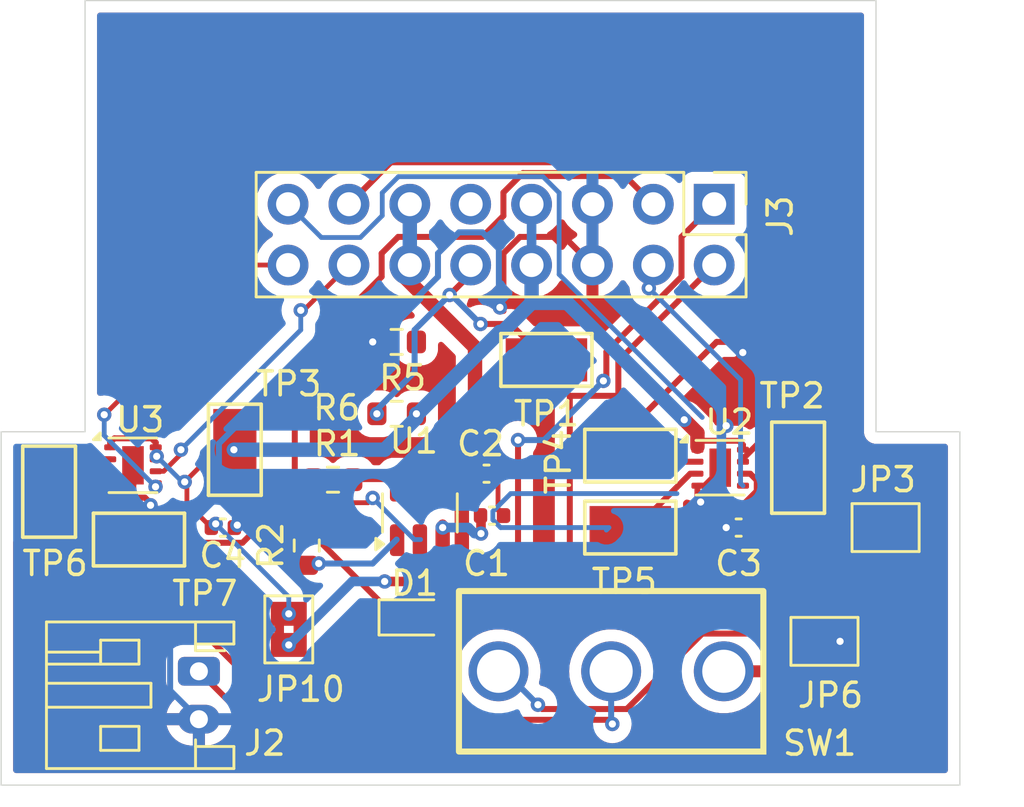
<source format=kicad_pcb>
(kicad_pcb (version 20240108) (generator "pcbnew") (generator_version "8.0")
  (layers (0 "F.Cu" signal) (31 "B.Cu" signal) (34 "B.Paste" user) (35 "F.Paste" user) (36 "B.SilkS" user "B.Silkscreen") (37 "F.SilkS" user "F.Silkscreen") (38 "B.Mask" user) (39 "F.Mask" user) (44 "Edge.Cuts" user))
  (net 0 "")
  (net 1 "Net-(JP10-A)")
  (net 2 "GND")
  (net 3 "+5V")
  (net 4 "Net-(D1-K)")
  (net 5 "Motor1_B")
  (net 6 "PWM4")
  (net 7 "Motor1_A")
  (net 8 "Motor2_B")
  (net 9 "Motor2_A")
  (net 10 "PWM3")
  (net 11 "PWM1")
  (net 12 "RESERVE")
  (net 13 "PWM2")
  (net 14 "Net-(J2-Pin_1)")
  (net 15 "Net-(U1-V_{SS})")
  (net 16 "Net-(U1-PROG)")
  (net 17 "/STAT")
  (net 18 "Net-(JP3-A)")
  (net 19 "BATT_ADC")
  (net 20 "BATT_1")
  (net 21 "Net-(JP6-A)")
  (footprint "Capacitor_SMD:C_0402_1005Metric" (layer "F.Cu") (at 114 66 180)
    (property "Reference" "C4" (at 0 -1.16 180) (layer "F.SilkS"))
    (property "Value" "0.1uF")
    (fp_line (start -0.107836 0.36) (end 0.107836 0.36) (stroke (width 0.12)) (layer "F.SilkS"))
    (fp_line (start -0.107836 -0.36) (end 0.107836 -0.36) (stroke (width 0.12)) (layer "F.SilkS"))
    (pad "1" smd roundrect (at -0.48 0 180) (size 0.56 0.62) (layers "F.Cu" "F.Paste" "F.Mask") (net 2 "GND"))
    (pad "2" smd roundrect (at 0.48 0 180) (size 0.56 0.62) (layers "F.Cu" "F.Paste" "F.Mask") (net 20 "BATT_1"))
  )
  (footprint "Capacitor_SMD:C_0402_1005Metric" (layer "F.Cu") (at 135.52 66)
    (property "Reference" "C3" (at 0 1.5 0) (layer "F.SilkS"))
    (property "Value" "0.1uF")
    (fp_line (start -0.107836 -0.36) (end 0.107836 -0.36) (stroke (width 0.12)) (layer "F.SilkS"))
    (fp_line (start -0.107836 0.36) (end 0.107836 0.36) (stroke (width 0.12)) (layer "F.SilkS"))
    (pad "1" smd roundrect (at -0.48 0) (size 0.56 0.62) (layers "F.Cu" "F.Paste" "F.Mask") (net 2 "GND"))
    (pad "2" smd roundrect (at 0.48 0) (size 0.56 0.62) (layers "F.Cu" "F.Paste" "F.Mask") (net 20 "BATT_1"))
  )
  (footprint "Connector_JST:JST_PH_S2B-PH-K_1x02_P2.00mm_Horizontal" (layer "F.Cu") (at 113 72 -90)
    (property "Reference" "J2" (at 3 -2.75 180) (layer "F.SilkS"))
    (property "Value" "Conn_01x02")
    (fp_line (start -2.06 6.36) (end 4.06 6.36) (stroke (width 0.12)) (layer "F.SilkS"))
    (fp_line (start 0.5 6.36) (end 0.5 2) (stroke (width 0.12)) (layer "F.SilkS"))
    (fp_line (start 4.06 6.36) (end 4.06 -1.46) (stroke (width 0.12)) (layer "F.SilkS"))
    (fp_line (start -1.3 4.1) (end -0.3 4.1) (stroke (width 0.12)) (layer "F.SilkS"))
    (fp_line (start -0.8 4.1) (end -0.8 6.36) (stroke (width 0.12)) (layer "F.SilkS"))
    (fp_line (start -0.3 4.1) (end -0.3 6.36) (stroke (width 0.12)) (layer "F.SilkS"))
    (fp_line (start -0.3 4.1) (end -0.3 2.5) (stroke (width 0.12)) (layer "F.SilkS"))
    (fp_line (start 2.3 4.1) (end 2.3 2.5) (stroke (width 0.12)) (layer "F.SilkS"))
    (fp_line (start 3.3 4.1) (end 2.3 4.1) (stroke (width 0.12)) (layer "F.SilkS"))
    (fp_line (start -1.3 2.5) (end -1.3 4.1) (stroke (width 0.12)) (layer "F.SilkS"))
    (fp_line (start -0.3 2.5) (end -1.3 2.5) (stroke (width 0.12)) (layer "F.SilkS"))
    (fp_line (start 2.3 2.5) (end 3.3 2.5) (stroke (width 0.12)) (layer "F.SilkS"))
    (fp_line (start 3.3 2.5) (end 3.3 4.1) (stroke (width 0.12)) (layer "F.SilkS"))
    (fp_line (start 0.5 2) (end 1.5 2) (stroke (width 0.12)) (layer "F.SilkS"))
    (fp_line (start 1.5 2) (end 1.5 6.36) (stroke (width 0.12)) (layer "F.SilkS"))
    (fp_line (start -2.06 0.14) (end -1.14 0.14) (stroke (width 0.12)) (layer "F.SilkS"))
    (fp_line (start -1.14 0.14) (end -1.14 -1.46) (stroke (width 0.12)) (layer "F.SilkS"))
    (fp_line (start -0.86 0.14) (end -1.14 0.14) (stroke (width 0.12)) (layer "F.SilkS"))
    (fp_line (start -0.86 0.14) (end -0.86 -1.075) (stroke (width 0.12)) (layer "F.SilkS"))
    (fp_line (start 3.14 0.14) (end 2.86 0.14) (stroke (width 0.12)) (layer "F.SilkS"))
    (fp_line (start 4.06 0.14) (end 3.14 0.14) (stroke (width 0.12)) (layer "F.SilkS"))
    (fp_line (start -2.06 -1.46) (end -2.06 6.36) (stroke (width 0.12)) (layer "F.SilkS"))
    (fp_line (start -1.14 -1.46) (end -2.06 -1.46) (stroke (width 0.12)) (layer "F.SilkS"))
    (fp_line (start 3.14 -1.46) (end 3.14 0.14) (stroke (width 0.12)) (layer "F.SilkS"))
    (fp_line (start 4.06 -1.46) (end 3.14 -1.46) (stroke (width 0.12)) (layer "F.SilkS"))
    (pad "1" thru_hole roundrect (at 0 0 270) (size 1.2 1.75) (drill 0.75) (layers "*.Cu" "*.Mask") (roundrect_rratio 0.208333) (net 14 "Net-(J2-Pin_1)"))
    (pad "2" thru_hole oval (at 2 0 270) (size 1.2 1.75) (drill 0.75) (layers "*.Cu" "*.Mask") (net 2 "GND"))
  )
  (footprint "Connector_PinHeader_2.54mm:PinHeader_2x08_P2.54mm_Vertical" (layer "F.Cu") (at 134.5 52.5 -90)
    (property "Reference" "J3" (at 0.5 -2.75 90) (layer "F.SilkS"))
    (property "Value" "Conn_01x16_Pin")
    (fp_line (start -1.33 19.11) (end 3.87 19.11) (stroke (width 0.12)) (layer "F.SilkS"))
    (fp_line (start -1.33 1.27) (end -1.33 19.11) (stroke (width 0.12)) (layer "F.SilkS"))
    (fp_line (start -1.33 1.27) (end 1.27 1.27) (stroke (width 0.12)) (layer "F.SilkS"))
    (fp_line (start 1.27 1.27) (end 1.27 -1.33) (stroke (width 0.12)) (layer "F.SilkS"))
    (fp_line (start -1.33 0) (end -1.33 -1.33) (stroke (width 0.12)) (layer "F.SilkS"))
    (fp_line (start -1.33 -1.33) (end 0 -1.33) (stroke (width 0.12)) (layer "F.SilkS"))
    (fp_line (start 1.27 -1.33) (end 3.87 -1.33) (stroke (width 0.12)) (layer "F.SilkS"))
    (fp_line (start 3.87 -1.33) (end 3.87 19.11) (stroke (width 0.12)) (layer "F.SilkS"))
    (pad "1" thru_hole rect (at 0 0 270) (size 1.7 1.7) (drill 1) (layers "*.Cu" "*.Mask") (net 9 "Motor2_A"))
    (pad "2" thru_hole oval (at 2.54 0 270) (size 1.7 1.7) (drill 1) (layers "*.Cu" "*.Mask") (net 11 "PWM1"))
    (pad "3" thru_hole oval (at 0 2.54 270) (size 1.7 1.7) (drill 1) (layers "*.Cu" "*.Mask") (net 8 "Motor2_B"))
    (pad "4" thru_hole oval (at 2.54 2.54 270) (size 1.7 1.7) (drill 1) (layers "*.Cu" "*.Mask") (net 13 "PWM2"))
    (pad "5" thru_hole oval (at 0 5.08 270) (size 1.7 1.7) (drill 1) (layers "*.Cu" "*.Mask") (net 2 "GND"))
    (pad "6" thru_hole oval (at 2.54 5.08 270) (size 1.7 1.7) (drill 1) (layers "*.Cu" "*.Mask") (net 2 "GND"))
    (pad "7" thru_hole oval (at 0 7.62 270) (size 1.7 1.7) (drill 1) (layers "*.Cu" "*.Mask") (net 20 "BATT_1"))
    (pad "8" thru_hole oval (at 2.54 7.62 270) (size 1.7 1.7) (drill 1) (layers "*.Cu" "*.Mask") (net 20 "BATT_1"))
    (pad "9" thru_hole oval (at 0 10.16 270) (size 1.7 1.7) (drill 1) (layers "*.Cu" "*.Mask") (net 12 "RESERVE"))
    (pad "10" thru_hole oval (at 2.54 10.16 270) (size 1.7 1.7) (drill 1) (layers "*.Cu" "*.Mask") (net 19 "BATT_ADC"))
    (pad "11" thru_hole oval (at 0 12.7 270) (size 1.7 1.7) (drill 1) (layers "*.Cu" "*.Mask") (net 3 "+5V"))
    (pad "12" thru_hole oval (at 2.54 12.7 270) (size 1.7 1.7) (drill 1) (layers "*.Cu" "*.Mask") (net 3 "+5V"))
    (pad "13" thru_hole oval (at 0 15.24 270) (size 1.7 1.7) (drill 1) (layers "*.Cu" "*.Mask") (net 7 "Motor1_A"))
    (pad "14" thru_hole oval (at 2.54 15.24 270) (size 1.7 1.7) (drill 1) (layers "*.Cu" "*.Mask") (net 10 "PWM3"))
    (pad "15" thru_hole oval (at 0 17.78 270) (size 1.7 1.7) (drill 1) (layers "*.Cu" "*.Mask") (net 5 "Motor1_B"))
    (pad "16" thru_hole oval (at 2.54 17.78 270) (size 1.7 1.7) (drill 1) (layers "*.Cu" "*.Mask") (net 6 "PWM4"))
  )
  (footprint "Resistor_SMD:R_0603_1608Metric" (layer "F.Cu") (at 121.25 61.25)
    (property "Reference" "R5" (at 0.25 -1.5 0) (layer "F.SilkS"))
    (property "Value" "1.2k")
    (fp_line (start -0.237258 -0.5225) (end 0.237258 -0.5225) (stroke (width 0.12)) (layer "F.SilkS"))
    (fp_line (start -0.237258 0.5225) (end 0.237258 0.5225) (stroke (width 0.12)) (layer "F.SilkS"))
    (pad "1" smd roundrect (at -0.825 0) (size 0.8 0.95) (layers "F.Cu" "F.Paste" "F.Mask") (net 19 "BATT_ADC"))
    (pad "2" smd roundrect (at 0.825 0) (size 0.8 0.95) (layers "F.Cu" "F.Paste" "F.Mask") (net 20 "BATT_1"))
  )
  (footprint "Button_Switch_SMD:SW-TH_SS-12D10L5_FOOTPRINT" (layer "F.Cu") (at 130.2 72 180)
    (property "Reference" "SW1" (at -8.7 -3 0) (layer "F.SilkS"))
    (property "Value" "Slide Switch")
    (fp_rect (start -6.35 -3.35) (end 6.35 3.35) (stroke (width 0.254)) (fill none) (layer "F.SilkS"))
    (pad "1" thru_hole circle (at -4.7 0 180) (size 2.5 2.5) (drill 1.8) (layers "*.Cu" "*.Mask") (net 18 "Net-(JP3-A)"))
    (pad "2" thru_hole circle (at 0 0 180) (size 2.5 2.5) (drill 1.8) (layers "*.Cu" "*.Mask") (net 14 "Net-(J2-Pin_1)"))
    (pad "3" thru_hole circle (at 4.7 0 180) (size 2.5 2.5) (drill 1.8) (layers "*.Cu" "*.Mask") (net 21 "Net-(JP6-A)"))
  )
  (footprint "Jumper:SolderJumper-2_P1.3mm_Bridged2Bar_Pad1.0x1.5mm" (layer "F.Cu") (at 116.75 70.25 90)
    (property "Reference" "JP10" (at -2.5 0.5 0) (layer "F.SilkS"))
    (property "Value" "Jumper_2_Bridged")
    (fp_poly (pts (xy -0.25 -0.6) (xy 0.25 -0.6) (xy 0.25 -0.2) (xy -0.25 -0.2)) (fill solid) (layer "F.Cu"))
    (fp_poly (pts (xy -0.25 0.2) (xy 0.25 0.2) (xy 0.25 0.6) (xy -0.25 0.6)) (fill solid) (layer "F.Cu"))
    (fp_line (start 1.4 -1) (end 1.4 1) (stroke (width 0.12)) (layer "F.SilkS"))
    (fp_line (start -1.4 -1) (end 1.4 -1) (stroke (width 0.12)) (layer "F.SilkS"))
    (fp_line (start 1.4 1) (end -1.4 1) (stroke (width 0.12)) (layer "F.SilkS"))
    (fp_line (start -1.4 1) (end -1.4 -1) (stroke (width 0.12)) (layer "F.SilkS"))
    (pad "1" smd rect (at -0.65 0 90) (size 1 1.5) (layers "F.Cu" "F.Mask") (net 1 "Net-(JP10-A)"))
    (pad "2" smd rect (at 0.65 0 90) (size 1 1.5) (layers "F.Cu" "F.Mask") (net 20 "BATT_1"))
  )
  (footprint "Resistor_SMD:R_0603_1608Metric" (layer "F.Cu") (at 118.595 64 180)
    (property "Reference" "R1" (at -0.175 1.5 180) (layer "F.SilkS"))
    (property "Value" "2k")
    (fp_line (start -0.237258 0.5225) (end 0.237258 0.5225) (stroke (width 0.12)) (layer "F.SilkS"))
    (fp_line (start -0.237258 -0.5225) (end 0.237258 -0.5225) (stroke (width 0.12)) (layer "F.SilkS"))
    (pad "1" smd roundrect (at -0.825 0 180) (size 0.8 0.95) (layers "F.Cu" "F.Paste" "F.Mask") (net 16 "Net-(U1-PROG)"))
    (pad "2" smd roundrect (at 0.825 0 180) (size 0.8 0.95) (layers "F.Cu" "F.Paste" "F.Mask") (net 15 "Net-(U1-V_{SS})"))
  )
  (footprint "Package_TO_SOT_SMD:SOT-23-5" (layer "F.Cu") (at 122.22 65.3875 90)
    (property "Reference" "U1" (at 3 -0.25 0) (layer "F.SilkS"))
    (property "Value" "MCP73831-2-OT")
    (fp_line (start 0 -1.56) (end 0.8 -1.56) (stroke (width 0.12)) (layer "F.SilkS"))
    (fp_line (start 0 -1.56) (end -0.8 -1.56) (stroke (width 0.12)) (layer "F.SilkS"))
    (fp_line (start 0 1.56) (end 0.8 1.56) (stroke (width 0.12)) (layer "F.SilkS"))
    (fp_line (start 0 1.56) (end -0.8 1.56) (stroke (width 0.12)) (layer "F.SilkS"))
    (fp_poly (pts (xy -1.3 -1.51) (xy -1.54 -1.84) (xy -1.06 -1.84) (xy -1.3 -1.51)) (stroke (width 0.12)) (fill solid) (layer "F.SilkS"))
    (pad "1" smd roundrect (at -1.1375 -0.95 90) (size 1.325 0.6) (layers "F.Cu" "F.Paste" "F.Mask") (net 17 "/STAT"))
    (pad "2" smd roundrect (at -1.1375 0 90) (size 1.325 0.6) (layers "F.Cu" "F.Paste" "F.Mask") (net 15 "Net-(U1-V_{SS})"))
    (pad "3" smd roundrect (at -1.1375 0.95 90) (size 1.325 0.6) (layers "F.Cu" "F.Paste" "F.Mask") (net 1 "Net-(JP10-A)"))
    (pad "4" smd roundrect (at 1.1375 0.95 90) (size 1.325 0.6) (layers "F.Cu" "F.Paste" "F.Mask") (net 3 "+5V"))
    (pad "5" smd roundrect (at 1.1375 -0.95 90) (size 1.325 0.6) (layers "F.Cu" "F.Paste" "F.Mask") (net 16 "Net-(U1-PROG)"))
  )
  (footprint "Package_SON:WSON-8-1EP_2x2mm_P0.5mm_EP0.9x1.6mm" (layer "F.Cu") (at 110.25 63.4)
    (property "Reference" "U3" (at 0.3 -1.9 0) (layer "F.SilkS"))
    (property "Value" "DRV8837")
    (fp_line (start -1.01 -1.14) (end 0.99 -1.14) (stroke (width 0.12)) (layer "F.SilkS"))
    (fp_line (start -1 1.14) (end 1 1.14) (stroke (width 0.12)) (layer "F.SilkS"))
    (fp_poly (pts (xy -1.37 -1.07) (xy -1.65 -1.07) (xy -1.37 -1.35) (xy -1.37 -1.07)) (stroke (width 0.12)) (fill solid) (layer "F.SilkS"))
    (pad "1" smd roundrect (at -0.95 -0.75) (size 0.5 0.25) (layers "F.Cu" "F.Paste" "F.Mask") (net 20 "BATT_1"))
    (pad "2" smd roundrect (at -0.95 -0.25) (size 0.5 0.25) (layers "F.Cu" "F.Paste" "F.Mask") (net 9 "Motor2_A"))
    (pad "3" smd roundrect (at -0.95 0.25) (size 0.5 0.25) (layers "F.Cu" "F.Paste" "F.Mask") (net 8 "Motor2_B"))
    (pad "4" smd roundrect (at -0.95 0.75) (size 0.5 0.25) (layers "F.Cu" "F.Paste" "F.Mask") (net 2 "GND"))
    (pad "5" smd roundrect (at 0.95 0.75) (size 0.5 0.25) (layers "F.Cu" "F.Paste" "F.Mask") (net 6 "PWM4"))
    (pad "6" smd roundrect (at 0.95 0.25) (size 0.5 0.25) (layers "F.Cu" "F.Paste" "F.Mask") (net 10 "PWM3"))
    (pad "7" smd roundrect (at 0.95 -0.25) (size 0.5 0.25) (layers "F.Cu" "F.Paste" "F.Mask") (net 20 "BATT_1"))
    (pad "8" smd roundrect (at 0.95 -0.75) (size 0.5 0.25) (layers "F.Cu" "F.Paste" "F.Mask") (net 20 "BATT_1"))
    (pad "9" smd rect (at 0 0) (size 0.9 1.6) (layers "F.Cu" "F.Mask") (net 2 "GND"))
  )
  (footprint "TestPoint:TestPoint_Keystone_5015_Micro-Minature" (layer "F.Cu") (at 131 63)
    (property "Reference" "TP4" (at -3 0.25 90) (layer "F.SilkS"))
    (property "Value" "TestPoint")
    (fp_line (start -1.9 -1.1) (end 1.9 -1.1) (stroke (width 0.15)) (layer "F.SilkS"))
    (fp_line (start -1.9 1.1) (end -1.9 -1.1) (stroke (width 0.15)) (layer "F.SilkS"))
    (fp_line (start 1.9 -1.1) (end 1.9 1.1) (stroke (width 0.15)) (layer "F.SilkS"))
    (fp_line (start 1.9 1.1) (end -1.9 1.1) (stroke (width 0.15)) (layer "F.SilkS"))
    (pad "1" smd rect (at 0 0) (size 3.4 1.8) (layers "F.Cu" "F.Paste" "F.Mask") (net 7 "Motor1_A"))
  )
  (footprint "Resistor_SMD:R_0603_1608Metric" (layer "F.Cu") (at 121.25 58.25)
    (property "Reference" "R6" (at -2.5 2.75 0) (layer "F.SilkS"))
    (property "Value" "3k")
    (fp_line (start -0.237258 -0.5225) (end 0.237258 -0.5225) (stroke (width 0.12)) (layer "F.SilkS"))
    (fp_line (start -0.237258 0.5225) (end 0.237258 0.5225) (stroke (width 0.12)) (layer "F.SilkS"))
    (pad "1" smd roundrect (at -0.825 0) (size 0.8 0.95) (layers "F.Cu" "F.Paste" "F.Mask") (net 2 "GND"))
    (pad "2" smd roundrect (at 0.825 0) (size 0.8 0.95) (layers "F.Cu" "F.Paste" "F.Mask") (net 19 "BATT_ADC"))
  )
  (footprint "TestPoint:TestPoint_Keystone_5015_Micro-Minature" (layer "F.Cu") (at 114.5 62.75 90)
    (property "Reference" "TP3" (at 2.75 2.25 0) (layer "F.SilkS"))
    (property "Value" "TestPoint")
    (fp_line (start 1.9 -1.1) (end 1.9 1.1) (stroke (width 0.15)) (layer "F.SilkS"))
    (fp_line (start -1.9 -1.1) (end 1.9 -1.1) (stroke (width 0.15)) (layer "F.SilkS"))
    (fp_line (start 1.9 1.1) (end -1.9 1.1) (stroke (width 0.15)) (layer "F.SilkS"))
    (fp_line (start -1.9 1.1) (end -1.9 -1.1) (stroke (width 0.15)) (layer "F.SilkS"))
    (pad "1" smd rect (at 0 0 90) (size 3.4 1.8) (layers "F.Cu" "F.Paste" "F.Mask") (net 20 "BATT_1"))
  )
  (footprint "Jumper:SolderJumper-2_P1.3mm_Open_Pad1.0x1.5mm" (layer "F.Cu") (at 141.65 66 180)
    (property "Reference" "JP3" (at 0.1 2 0) (layer "F.SilkS"))
    (property "Value" "Jumper_battery")
    (fp_line (start 1.4 1) (end -1.4 1) (stroke (width 0.12)) (layer "F.SilkS"))
    (fp_line (start 1.4 -1) (end 1.4 1) (stroke (width 0.12)) (layer "F.SilkS"))
    (fp_line (start -1.4 1) (end -1.4 -1) (stroke (width 0.12)) (layer "F.SilkS"))
    (fp_line (start -1.4 -1) (end 1.4 -1) (stroke (width 0.12)) (layer "F.SilkS"))
    (pad "1" smd rect (at -0.65 0 180) (size 1 1.5) (layers "F.Cu" "F.Mask") (net 18 "Net-(JP3-A)"))
    (pad "2" smd rect (at 0.65 0 180) (size 1 1.5) (layers "F.Cu" "F.Mask") (net 20 "BATT_1"))
  )
  (footprint "Capacitor_SMD:C_0402_1005Metric" (layer "F.Cu") (at 125.23 65.5)
    (property "Reference" "C1" (at -0.23 2 0) (layer "F.SilkS"))
    (property "Value" "4.7uF")
    (fp_line (start -0.107836 -0.36) (end 0.107836 -0.36) (stroke (width 0.12)) (layer "F.SilkS"))
    (fp_line (start -0.107836 0.36) (end 0.107836 0.36) (stroke (width 0.12)) (layer "F.SilkS"))
    (pad "1" smd roundrect (at -0.48 0) (size 0.56 0.62) (layers "F.Cu" "F.Paste" "F.Mask") (net 1 "Net-(JP10-A)"))
    (pad "2" smd roundrect (at 0.48 0) (size 0.56 0.62) (layers "F.Cu" "F.Paste" "F.Mask") (net 2 "GND"))
  )
  (footprint "Jumper:SolderJumper-2_P1.3mm_Open_Pad1.0x1.5mm" (layer "F.Cu") (at 139.1 70.75)
    (property "Reference" "JP6" (at 0.25 2.25 0) (layer "F.SilkS"))
    (property "Value" "Jumper_2_Open")
    (fp_line (start -1.4 -1) (end 1.4 -1) (stroke (width 0.12)) (layer "F.SilkS"))
    (fp_line (start -1.4 1) (end -1.4 -1) (stroke (width 0.12)) (layer "F.SilkS"))
    (fp_line (start 1.4 -1) (end 1.4 1) (stroke (width 0.12)) (layer "F.SilkS"))
    (fp_line (start 1.4 1) (end -1.4 1) (stroke (width 0.12)) (layer "F.SilkS"))
    (pad "1" smd rect (at -0.65 0) (size 1 1.5) (layers "F.Cu" "F.Mask") (net 21 "Net-(JP6-A)"))
    (pad "2" smd rect (at 0.65 0) (size 1 1.5) (layers "F.Cu" "F.Mask") (net 2 "GND"))
  )
  (footprint "TestPoint:TestPoint_Keystone_5015_Micro-Minature" (layer "F.Cu") (at 110.5 66.5)
    (property "Reference" "TP7" (at 2.75 2.25 0) (layer "F.SilkS"))
    (property "Value" "TestPoint")
    (fp_line (start -1.9 -1.1) (end 1.9 -1.1) (stroke (width 0.15)) (layer "F.SilkS"))
    (fp_line (start -1.9 1.1) (end -1.9 -1.1) (stroke (width 0.15)) (layer "F.SilkS"))
    (fp_line (start 1.9 -1.1) (end 1.9 1.1) (stroke (width 0.15)) (layer "F.SilkS"))
    (fp_line (start 1.9 1.1) (end -1.9 1.1) (stroke (width 0.15)) (layer "F.SilkS"))
    (pad "1" smd rect (at 0 0) (size 3.4 1.8) (layers "F.Cu" "F.Paste" "F.Mask") (net 8 "Motor2_B"))
  )
  (footprint "TestPoint:TestPoint_Keystone_5015_Micro-Minature" (layer "F.Cu") (at 138 63.5 -90)
    (property "Reference" "TP2" (at -3 0.25 180) (layer "F.SilkS"))
    (property "Value" "TestPoint")
    (fp_line (start -1.9 1.1) (end -1.9 -1.1) (stroke (width 0.15)) (layer "F.SilkS"))
    (fp_line (start 1.9 1.1) (end -1.9 1.1) (stroke (width 0.15)) (layer "F.SilkS"))
    (fp_line (start -1.9 -1.1) (end 1.9 -1.1) (stroke (width 0.15)) (layer "F.SilkS"))
    (fp_line (start 1.9 -1.1) (end 1.9 1.1) (stroke (width 0.15)) (layer "F.SilkS"))
    (pad "1" smd rect (at 0 0 270) (size 3.4 1.8) (layers "F.Cu" "F.Paste" "F.Mask") (net 20 "BATT_1"))
  )
  (footprint "Diode_SMD:D_0603_1608Metric" (layer "F.Cu") (at 122 69.75)
    (property "Reference" "D1" (at 0 -1.43 0) (layer "F.SilkS"))
    (property "Value" "LED")
    (fp_line (start -1.485 -0.735) (end -1.485 0.735) (stroke (width 0.12)) (layer "F.SilkS"))
    (fp_line (start -1.485 0.735) (end 0.8 0.735) (stroke (width 0.12)) (layer "F.SilkS"))
    (fp_line (start 0.8 -0.735) (end -1.485 -0.735) (stroke (width 0.12)) (layer "F.SilkS"))
    (pad "1" smd roundrect (at -0.7875 0) (size 0.875 0.95) (layers "F.Cu" "F.Paste" "F.Mask") (net 4 "Net-(D1-K)"))
    (pad "2" smd roundrect (at 0.7875 0) (size 0.875 0.95) (layers "F.Cu" "F.Paste" "F.Mask") (net 3 "+5V"))
  )
  (footprint "TestPoint:TestPoint_Keystone_5015_Micro-Minature" (layer "F.Cu") (at 106.75 64.5 90)
    (property "Reference" "TP6" (at -3 0.25 0) (layer "F.SilkS"))
    (property "Value" "TestPoint")
    (fp_line (start 1.9 -1.1) (end 1.9 1.1) (stroke (width 0.15)) (layer "F.SilkS"))
    (fp_line (start -1.9 -1.1) (end 1.9 -1.1) (stroke (width 0.15)) (layer "F.SilkS"))
    (fp_line (start 1.9 1.1) (end -1.9 1.1) (stroke (width 0.15)) (layer "F.SilkS"))
    (fp_line (start -1.9 1.1) (end -1.9 -1.1) (stroke (width 0.15)) (layer "F.SilkS"))
    (pad "1" smd rect (at 0 0 90) (size 3.4 1.8) (layers "F.Cu" "F.Paste" "F.Mask") (net 9 "Motor2_A"))
  )
  (footprint "Capacitor_SMD:C_0402_1005Metric" (layer "F.Cu") (at 125 63.75)
    (property "Reference" "C2" (at -0.25 -1.25 0) (layer "F.SilkS"))
    (property "Value" "4.7uF")
    (fp_line (start -0.107836 -0.36) (end 0.107836 -0.36) (stroke (width 0.12)) (layer "F.SilkS"))
    (fp_line (start -0.107836 0.36) (end 0.107836 0.36) (stroke (width 0.12)) (layer "F.SilkS"))
    (pad "1" smd roundrect (at -0.48 0) (size 0.56 0.62) (layers "F.Cu" "F.Paste" "F.Mask") (net 3 "+5V"))
    (pad "2" smd roundrect (at 0.48 0) (size 0.56 0.62) (layers "F.Cu" "F.Paste" "F.Mask") (net 2 "GND"))
  )
  (footprint "Resistor_SMD:R_0603_1608Metric" (layer "F.Cu") (at 117.5 66.75 -90)
    (property "Reference" "R2" (at 0 1.5 90) (layer "F.SilkS"))
    (property "Value" "470")
    (fp_line (start -0.237258 0.5225) (end 0.237258 0.5225) (stroke (width 0.12)) (layer "F.SilkS"))
    (fp_line (start -0.237258 -0.5225) (end 0.237258 -0.5225) (stroke (width 0.12)) (layer "F.SilkS"))
    (pad "1" smd roundrect (at -0.825 0 270) (size 0.8 0.95) (layers "F.Cu" "F.Paste" "F.Mask") (net 4 "Net-(D1-K)"))
    (pad "2" smd roundrect (at 0.825 0 270) (size 0.8 0.95) (layers "F.Cu" "F.Paste" "F.Mask") (net 17 "/STAT"))
  )
  (footprint "Package_SON:WSON-8-1EP_2x2mm_P0.5mm_EP0.9x1.6mm" (layer "F.Cu") (at 134.75 63.5)
    (property "Reference" "U2" (at 0.38 -1.9 0) (layer "F.SilkS"))
    (property "Value" "DRV8837")
    (fp_line (start -1.01 -1.14) (end 0.99 -1.14) (stroke (width 0.12)) (layer "F.SilkS"))
    (fp_line (start -1 1.14) (end 1 1.14) (stroke (width 0.12)) (layer "F.SilkS"))
    (fp_poly (pts (xy -1.37 -1.07) (xy -1.65 -1.07) (xy -1.37 -1.35) (xy -1.37 -1.07)) (stroke (width 0.12)) (fill solid) (layer "F.SilkS"))
    (pad "1" smd roundrect (at -0.95 -0.75) (size 0.5 0.25) (layers "F.Cu" "F.Paste" "F.Mask") (net 20 "BATT_1"))
    (pad "2" smd roundrect (at -0.95 -0.25) (size 0.5 0.25) (layers "F.Cu" "F.Paste" "F.Mask") (net 7 "Motor1_A"))
    (pad "3" smd roundrect (at -0.95 0.25) (size 0.5 0.25) (layers "F.Cu" "F.Paste" "F.Mask") (net 5 "Motor1_B"))
    (pad "4" smd roundrect (at -0.95 0.75) (size 0.5 0.25) (layers "F.Cu" "F.Paste" "F.Mask") (net 2 "GND"))
    (pad "5" smd roundrect (at 0.95 0.75) (size 0.5 0.25) (layers "F.Cu" "F.Paste" "F.Mask") (net 13 "PWM2"))
    (pad "6" smd roundrect (at 0.95 0.25) (size 0.5 0.25) (layers "F.Cu" "F.Paste" "F.Mask") (net 11 "PWM1"))
    (pad "7" smd roundrect (at 0.95 -0.25) (size 0.5 0.25) (layers "F.Cu" "F.Paste" "F.Mask") (net 20 "BATT_1"))
    (pad "8" smd roundrect (at 0.95 -0.75) (size 0.5 0.25) (layers "F.Cu" "F.Paste" "F.Mask") (net 20 "BATT_1"))
    (pad "9" smd rect (at 0 0) (size 0.9 1.6) (layers "F.Cu" "F.Mask") (net 2 "GND"))
  )
  (footprint "TestPoint:TestPoint_Keystone_5015_Micro-Minature" (layer "F.Cu") (at 127.5 59 180)
    (property "Reference" "TP1" (at 0 -2.25 180) (layer "F.SilkS"))
    (property "Value" "TestPoint")
    (fp_line (start 1.9 1.1) (end -1.9 1.1) (stroke (width 0.15)) (layer "F.SilkS"))
    (fp_line (start 1.9 -1.1) (end 1.9 1.1) (stroke (width 0.15)) (layer "F.SilkS"))
    (fp_line (start -1.9 1.1) (end -1.9 -1.1) (stroke (width 0.15)) (layer "F.SilkS"))
    (fp_line (start -1.9 -1.1) (end 1.9 -1.1) (stroke (width 0.15)) (layer "F.SilkS"))
    (pad "1" smd rect (at 0 0 180) (size 3.4 1.8) (layers "F.Cu" "F.Paste" "F.Mask") (net 19 "BATT_ADC"))
  )
  (footprint "TestPoint:TestPoint_Keystone_5015_Micro-Minature" (layer "F.Cu") (at 131 66)
    (property "Reference" "TP5" (at -0.25 2.25 0) (layer "F.SilkS"))
    (property "Value" "TestPoint")
    (fp_line (start -1.9 -1.1) (end 1.9 -1.1) (stroke (width 0.15)) (layer "F.SilkS"))
    (fp_line (start -1.9 1.1) (end -1.9 -1.1) (stroke (width 0.15)) (layer "F.SilkS"))
    (fp_line (start 1.9 -1.1) (end 1.9 1.1) (stroke (width 0.15)) (layer "F.SilkS"))
    (fp_line (start 1.9 1.1) (end -1.9 1.1) (stroke (width 0.15)) (layer "F.SilkS"))
    (pad "1" smd rect (at 0 0) (size 3.4 1.8) (layers "F.Cu" "F.Paste" "F.Mask") (net 5 "Motor1_B"))
  )
  (gr_line (start 144.75 76.75) (end 104.75 76.75) (stroke (width 0.05)) (layer "Edge.Cuts"))
  (gr_line (start 104.75 76.75) (end 104.75 62) (stroke (width 0.05)) (layer "Edge.Cuts"))
  (gr_line (start 104.75 76.75) (end 104.75 76.75) (stroke (width 0.05)) (layer "Edge.Cuts"))
  (gr_line (start 144.75 62) (end 144.75 76.75) (stroke (width 0.05)) (layer "Edge.Cuts"))
  (gr_line (start 108.25 62) (end 108.25 44) (stroke (width 0.05)) (layer "Edge.Cuts"))
  (gr_line (start 108.25 62) (end 104.75 62) (stroke (width 0.05)) (layer "Edge.Cuts"))
  (gr_line (start 144.75 62) (end 141.25 62) (stroke (width 0.05)) (layer "Edge.Cuts"))
  (gr_line (start 108.25 44) (end 141.25 44) (stroke (width 0.05)) (layer "Edge.Cuts"))
  (gr_line (start 141.25 62) (end 141.25 44) (stroke (width 0.05)) (layer "Edge.Cuts"))
  (segment (start 123.17 65.862501) (end 123.17 66.525) (width 0.4) (layer "F.Cu") (net 1))
  (segment (start 121.939474 68.25) (end 120.75 68.25) (width 0.4) (layer "F.Cu") (net 1))
  (segment (start 123.17 67.019474) (end 121.939474 68.25) (width 0.4) (layer "F.Cu") (net 1))
  (segment (start 123.17 65.862501) (end 123.17 66) (width 0.4) (layer "F.Cu") (net 1))
  (segment (start 124.77 65.52) (end 124.75 65.5) (width 0.4) (layer "F.Cu") (net 1))
  (segment (start 123.17 66.525) (end 123.17 67.019474) (width 0.4) (layer "F.Cu") (net 1))
  (segment (start 124.77 66.25) (end 124.77 65.52) (width 0.4) (layer "F.Cu") (net 1))
  (via (at 120.75 68.25) (size 0.6) (drill 0.3) (layers "F.Cu" "B.Cu") (net 1))
  (via (at 123.17 66) (size 0.6) (drill 0.3) (layers "F.Cu" "B.Cu") (net 1))
  (via (at 124.77 66.25) (size 0.6) (drill 0.3) (layers "F.Cu" "B.Cu") (net 1))
  (via (at 116.75 70.9) (size 0.6) (drill 0.3) (layers "F.Cu" "B.Cu") (net 1))
  (segment (start 124.5 66.25) (end 124.77 66.25) (width 0.4) (layer "B.Cu") (net 1))
  (segment (start 119.4 68.25) (end 116.75 70.9) (width 0.4) (layer "B.Cu") (net 1))
  (segment (start 120.75 68.25) (end 119.4 68.25) (width 0.4) (layer "B.Cu") (net 1))
  (segment (start 124.25 66) (end 124.5 66.25) (width 0.4) (layer "B.Cu") (net 1))
  (segment (start 123.17 66) (end 124.25 66) (width 0.4) (layer "B.Cu") (net 1))
  (segment (start 125.705 56.955) (end 125.559314 56.809314) (width 0.25) (layer "F.Cu") (net 2))
  (segment (start 109.3 64.15) (end 109.59974 64.15) (width 0.25) (layer "F.Cu") (net 2))
  (segment (start 109.59974 64.15) (end 110.25 63.49974) (width 0.25) (layer "F.Cu") (net 2))
  (segment (start 125.705 54.553299) (end 125.705 56.955) (width 0.25) (layer "F.Cu") (net 2))
  (segment (start 133.8 64.25) (end 133.8 64.8) (width 0.25) (layer "F.Cu") (net 2))
  (segment (start 128.245 53.865) (end 126.393299 53.865) (width 0.25) (layer "F.Cu") (net 2))
  (segment (start 126.393299 53.865) (end 125.705 54.553299) (width 0.25) (layer "F.Cu") (net 2))
  (segment (start 110.19974 64.75) (end 110.75 64.75) (width 0.25) (layer "F.Cu") (net 2))
  (segment (start 135 59.383884) (end 135 61.75) (width 0.2) (layer "F.Cu") (net 2))
  (segment (start 110.25 63.49974) (end 110.25 63.4) (width 0.25) (layer "F.Cu") (net 2))
  (segment (start 110.98174 64.98174) (end 110.98174 65.067432) (width 0.25) (layer "F.Cu") (net 2))
  (segment (start 134.75 63.59974) (end 134.75 63.5) (width 0.25) (layer "F.Cu") (net 2))
  (segment (start 133.8 64.25) (end 134.09974 64.25) (width 0.25) (layer "F.Cu") (net 2))
  (segment (start 125.48 65.27) (end 125.71 65.5) (width 0.2) (layer "F.Cu") (net 2))
  (segment (start 109.59974 64.15) (end 110.19974 64.75) (width 0.25) (layer "F.Cu") (net 2))
  (segment (start 135 63.75) (end 135.075 63.75) (width 0.25) (layer "F.Cu") (net 2))
  (segment (start 135.691942 58.691942) (end 135 59.383884) (width 0.2) (layer "F.Cu") (net 2))
  (segment (start 129.42 55.04) (end 128.245 53.865) (width 0.25) (layer "F.Cu") (net 2))
  (segment (start 110.75 64.75) (end 110.98174 64.98174) (width 0.25) (layer "F.Cu") (net 2))
  (segment (start 134.09974 64.25) (end 134.75 63.59974) (width 0.25) (layer "F.Cu") (net 2))
  (segment (start 125.48 63.75) (end 125.48 65.27) (width 0.2) (layer "F.Cu") (net 2))
  (segment (start 133.8 64.8) (end 133.933058 64.933058) (width 0.25) (layer "F.Cu") (net 2))
  (via (at 135.691942 58.691942) (size 0.6) (drill 0.3) (layers "F.Cu" "B.Cu") (net 2))
  (via (at 135 61.75) (size 0.6) (drill 0.3) (layers "F.Cu" "B.Cu") (net 2))
  (via (at 114.601935 65.898065) (size 0.6) (drill 0.3) (layers "F.Cu" "B.Cu") (net 2))
  (via (at 125.559314 56.809314) (size 0.6) (drill 0.3) (layers "F.Cu" "B.Cu") (net 2))
  (via (at 133.933058 64.933058) (size 0.6) (drill 0.3) (layers "F.Cu" "B.Cu") (net 2))
  (via (at 139.75 70.75) (size 0.6) (drill 0.3) (layers "F.Cu" "B.Cu") (net 2))
  (via (at 135 61.75) (size 0.6) (drill 0.3) (layers "F.Cu" "B.Cu") (net 2))
  (via (at 120.251701 58.25) (size 0.6) (drill 0.3) (layers "F.Cu" "B.Cu") (net 2))
  (via (at 110.98174 65.067432) (size 0.6) (drill 0.3) (layers "F.Cu" "B.Cu") (net 2))
  (via (at 135 66) (size 0.6) (drill 0.3) (layers "F.Cu" "B.Cu") (net 2))
  (segment (start 135 66) (end 139.75 70.75) (width 0.25) (layer "B.Cu") (net 2))
  (segment (start 125.559314 56.809314) (end 125.515 56.853628) (width 0.25) (layer "B.Cu") (net 2))
  (segment (start 111.8 72.8) (end 113 74) (width 0.25) (layer "B.Cu") (net 2))
  (segment (start 135.5 58.58) (end 135.58 58.58) (width 0.2) (layer "B.Cu") (net 2))
  (segment (start 114.5 66) (end 114.601935 65.898065) (width 0.25) (layer "B.Cu") (net 2))
  (segment (start 124.826701 53.675) (end 123.853299 53.675) (width 0.25) (layer "B.Cu") (net 2))
  (segment (start 113.835 64.835) (end 113.666701 64.835) (width 0.25) (layer "B.Cu") (net 2))
  (segment (start 113.666701 64.835) (end 111.8 66.701701) (width 0.25) (layer "B.Cu") (net 2))
  (segment (start 111.8 66.701701) (end 111.8 72.8) (width 0.25) (layer "B.Cu") (net 2))
  (segment (start 133.933058 64.933058) (end 135 66) (width 0.25) (layer "B.Cu") (net 2))
  (segment (start 113.835 62.491117) (end 118.076117 58.25) (width 0.25) (layer "B.Cu") (net 2))
  (segment (start 135.58 58.58) (end 135.691942 58.691942) (width 0.2) (layer "B.Cu") (net 2))
  (segment (start 122.975 54.553299) (end 122.975 55.526701) (width 0.25) (layer "B.Cu") (net 2))
  (segment (start 110.98174 65.883441) (end 111.8 66.701701) (width 0.25) (layer "B.Cu") (net 2))
  (segment (start 114.5 65.5) (end 113.835 64.835) (width 0.25) (layer "B.Cu") (net 2))
  (segment (start 125.515 54.363299) (end 124.826701 53.675) (width 0.25) (layer "B.Cu") (net 2))
  (segment (start 113 74) (end 113.575 74) (width 0.25) (layer "B.Cu") (net 2))
  (segment (start 122.975 55.526701) (end 120.251701 58.25) (width 0.25) (layer "B.Cu") (net 2))
  (segment (start 110.98174 65.067432) (end 110.98174 65.883441) (width 0.25) (layer "B.Cu") (net 2))
  (segment (start 113.835 64.835) (end 113.835 62.491117) (width 0.25) (layer "B.Cu") (net 2))
  (segment (start 123.853299 53.675) (end 122.975 54.553299) (width 0.25) (layer "B.Cu") (net 2))
  (segment (start 125.515 56.853628) (end 125.515 54.363299) (width 0.25) (layer "B.Cu") (net 2))
  (segment (start 114.5 66) (end 114.5 65.5) (width 0.25) (layer "B.Cu") (net 2))
  (segment (start 118.076117 58.25) (end 120.251701 58.25) (width 0.25) (layer "B.Cu") (net 2))
  (segment (start 123.97 68.5675) (end 123.97 65.05) (width 0.6) (layer "F.Cu") (net 3))
  (segment (start 123.97 65.05) (end 123.17 64.25) (width 0.6) (layer "F.Cu") (net 3))
  (segment (start 124.52 58.48) (end 124.52 63.75) (width 0.6) (layer "F.Cu") (net 3))
  (segment (start 121.75 52.5) (end 121.8 52.5) (width 0.6) (layer "F.Cu") (net 3))
  (segment (start 121.54 55.5) (end 124.52 58.48) (width 0.6) (layer "F.Cu") (net 3))
  (segment (start 122.7875 69.75) (end 123.97 68.5675) (width 0.6) (layer "F.Cu") (net 3))
  (segment (start 123.97 65.05) (end 124.52 64.5) (width 0.6) (layer "F.Cu") (net 3))
  (segment (start 124.52 64.5) (end 124.52 63.75) (width 0.6) (layer "F.Cu") (net 3))
  (segment (start 121.8 52.5) (end 121.8 55.04) (width 0.6) (layer "B.Cu") (net 3))
  (segment (start 117.5 66.0375) (end 121.2125 69.75) (width 0.25) (layer "F.Cu") (net 4))
  (segment (start 121.2125 69.75) (end 121.2125 69.6375) (width 0.4) (layer "F.Cu") (net 4))
  (segment (start 117.5 65.925) (end 117.5 66.0375) (width 0.25) (layer "F.Cu") (net 4))
  (segment (start 133.8 63.75) (end 133.50026 63.75) (width 0.25) (layer "F.Cu") (net 5))
  (segment (start 131.00026 66.25) (end 130.5 66.25) (width 0.25) (layer "F.Cu") (net 5))
  (segment (start 133.50026 63.75) (end 131.25026 66) (width 0.25) (layer "F.Cu") (net 5))
  (segment (start 131.25026 66) (end 131 66) (width 0.25) (layer "F.Cu") (net 5))
  (segment (start 126.007489 64.581471) (end 125.265 65.32396) (width 0.2) (layer "B.Cu") (net 5))
  (segment (start 118.11 53.89) (end 119.736346 53.89) (width 0.2) (layer "B.Cu") (net 5))
  (segment (start 121.323654 51.35) (end 127.356346 51.35) (width 0.2) (layer "B.Cu") (net 5))
  (segment (start 128.03 52.023654) (end 128.03 55.431472) (width 0.2) (layer "B.Cu") (net 5))
  (segment (start 125.265 65.67604) (end 125.58896 66) (width 0.2) (layer "B.Cu") (net 5))
  (segment (start 132.945 64.581471) (end 126.007489 64.581471) (width 0.2) (layer "B.Cu") (net 5))
  (segment (start 125.265 65.32396) (end 125.265 65.67604) (width 0.2) (layer "B.Cu") (net 5))
  (segment (start 120.65 52.023654) (end 121.323654 51.35) (width 0.2) (layer "B.Cu") (net 5))
  (segment (start 120.65 52.976346) (end 120.65 52.023654) (width 0.2) (layer "B.Cu") (net 5))
  (segment (start 116.72 52.5) (end 118.11 53.89) (width 0.2) (layer "B.Cu") (net 5))
  (segment (start 127.356346 51.35) (end 128.03 52.023654) (width 0.2) (layer "B.Cu") (net 5))
  (segment (start 125.58896 66) (end 130.105 66) (width 0.2) (layer "B.Cu") (net 5))
  (segment (start 130.105 66) (end 130 66.105) (width 0.2) (layer "B.Cu") (net 5))
  (segment (start 128.03 55.431472) (end 133.998529 61.400001) (width 0.2) (layer "B.Cu") (net 5))
  (segment (start 119.736346 53.89) (end 120.65 52.976346) (width 0.2) (layer "B.Cu") (net 5))
  (segment (start 109.05 61.288235) (end 109.061765 61.288235) (width 0.2) (layer "F.Cu") (net 6))
  (segment (start 109.061765 61.288235) (end 115.31 55.04) (width 0.2) (layer "F.Cu") (net 6))
  (segment (start 109.05 61.3) (end 109.05 61.288235) (width 0.2) (layer "F.Cu") (net 6))
  (segment (start 115.31 55.04) (end 116.72 55.04) (width 0.2) (layer "F.Cu") (net 6))
  (via (at 109.05 61.288235) (size 0.6) (drill 0.3) (layers "F.Cu" "B.Cu") (net 6))
  (via (at 111.190846 64.295242) (size 0.6) (drill 0.3) (layers "F.Cu" "B.Cu") (net 6))
  (segment (start 109.05 61.288235) (end 109.05 62.154396) (width 0.2) (layer "B.Cu") (net 6))
  (segment (start 109.05 62.154396) (end 111.190846 64.295242) (width 0.2) (layer "B.Cu") (net 6))
  (segment (start 135.25 58.25) (end 134.6 58.25) (width 0.25) (layer "F.Cu") (net 7))
  (segment (start 134.6 58.25) (end 131 61.85) (width 0.25) (layer "F.Cu") (net 7))
  (segment (start 130.75 63.25) (end 133.8 63.25) (width 0.25) (layer "F.Cu") (net 7))
  (segment (start 136.075 57.425) (end 136.075 51.173959) (width 0.25) (layer "F.Cu") (net 7))
  (segment (start 135.651041 50.75) (end 121.01 50.75) (width 0.25) (layer "F.Cu") (net 7))
  (segment (start 131 61.85) (end 131 63) (width 0.25) (layer "F.Cu") (net 7))
  (segment (start 121.01 50.75) (end 119.26 52.5) (width 0.25) (layer "F.Cu") (net 7))
  (segment (start 130.5 63) (end 130.75 63.25) (width 0.25) (layer "F.Cu") (net 7))
  (segment (start 119.26 52.5) (end 120.435 51.325) (width 0.25) (layer "F.Cu") (net 7))
  (segment (start 135.25 58.25) (end 136.075 57.425) (width 0.25) (layer "F.Cu") (net 7))
  (segment (start 136.075 51.173959) (end 135.651041 50.75) (width 0.25) (layer "F.Cu") (net 7))
  (segment (start 109.3 63.65) (end 109.035614 63.65) (width 0.2) (layer "F.Cu") (net 8))
  (segment (start 117 64.45149) (end 117 59.151701) (width 0.25) (layer "F.Cu") (net 8))
  (segment (start 108.75 63.935614) (end 108.75 64.75) (width 0.2) (layer "F.Cu") (net 8))
  (segment (start 108.75 64.75) (end 110.5 66.5) (width 0.2) (layer "F.Cu") (net 8))
  (segment (start 124.826701 53.865) (end 125.705 52.986701) (width 0.25) (layer "F.Cu") (net 8))
  (segment (start 126.393299 51.325) (end 130.785 51.325) (width 0.25) (layer "F.Cu") (net 8))
  (segment (start 120.625 55.526701) (end 120.625 54.553299) (width 0.25) (layer "F.Cu") (net 8))
  (segment (start 117 59.151701) (end 120.625 55.526701) (width 0.25) (layer "F.Cu") (net 8))
  (segment (start 114.81649 66.635) (end 117 64.45149) (width 0.25) (layer "F.Cu") (net 8))
  (segment (start 126.518299 51.2) (end 130.66 51.2) (width 0.25) (layer "F.Cu") (net 8))
  (segment (start 125.705 52.986701) (end 125.705 52.013299) (width 0.25) (layer "F.Cu") (net 8))
  (segment (start 125.705 52.013299) (end 126.518299 51.2) (width 0.25) (layer "F.Cu") (net 8))
  (segment (start 121.313299 53.865) (end 124.826701 53.865) (width 0.25) (layer "F.Cu") (net 8))
  (segment (start 109.035614 63.65) (end 108.75 63.935614) (width 0.2) (layer "F.Cu") (net 8))
  (segment (start 120.625 54.553299) (end 121.313299 53.865) (width 0.25) (layer "F.Cu") (net 8))
  (segment (start 110.98526 66.635) (end 114.81649 66.635) (width 0.25) (layer "F.Cu") (net 8))
  (segment (start 130.66 51.2) (end 131.96 52.5) (width 0.25) (layer "F.Cu") (net 8))
  (segment (start 111.5 70.75) (end 111.575 70.825) (width 0.25) (layer "F.Cu") (net 9))
  (segment (start 133.135 53.865) (end 133.135 55.526701) (width 0.25) (layer "F.Cu") (net 9))
  (segment (start 130 60) (end 129.875 59.875) (width 0.25) (layer "F.Cu") (net 9))
  (segment (start 108.275 67.525) (end 111.5 70.75) (width 0.25) (layer "F.Cu") (net 9))
  (segment (start 108.275 63.738864) (end 108.275 67.525) (width 0.25) (layer "F.Cu") (net 9))
  (segment (start 108.1 63.15) (end 109.3 63.15) (width 0.25) (layer "F.Cu") (net 9))
  (segment (start 106.75 64.5) (end 108.1 63.15) (width 0.25) (layer "F.Cu") (net 9))
  (segment (start 108.863864 63.15) (end 108.275 63.738864) (width 0.25) (layer "F.Cu") (net 9))
  (segment (start 122.06254 71.725) (end 114.5201 71.725) (width 0.25) (layer "F.Cu") (net 9))
  (segment (start 134.5 52.5) (end 133.135 53.865) (width 0.25) (layer "F.Cu") (net 9))
  (segment (start 126.315 62.346701) (end 126.315 67.47254) (width 0.25) (layer "F.Cu") (net 9))
  (segment (start 113.5451 70.75) (end 111.5 70.75) (width 0.25) (layer "F.Cu") (net 9))
  (segment (start 133.135 55.526701) (end 130 58.661701) (width 0.25) (layer "F.Cu") (net 9))
  (segment (start 130 58.661701) (end 130 60) (width 0.25) (layer "F.Cu") (net 9))
  (segment (start 126.315 67.47254) (end 122.06254 71.725) (width 0.25) (layer "F.Cu") (net 9))
  (segment (start 109.3 63.15) (end 108.863864 63.15) (width 0.25) (layer "F.Cu") (net 9))
  (segment (start 114.5201 71.725) (end 113.5451 70.75) (width 0.25) (layer "F.Cu") (net 9))
  (via (at 126.315 62.346701) (size 0.6) (drill 0.3) (layers "F.Cu" "B.Cu") (net 9))
  (via (at 129.875 59.875) (size 0.6) (drill 0.3) (layers "F.Cu" "B.Cu") (net 9))
  (segment (start 127.403299 62.346701) (end 126.315 62.346701) (width 0.25) (layer "B.Cu") (net 9))
  (segment (start 129.875 59.875) (end 127.403299 62.346701) (width 0.25) (layer "B.Cu") (net 9))
  (segment (start 112.25 62.930071) (end 111.530071 63.65) (width 0.2) (layer "F.Cu") (net 10))
  (segment (start 111.530071 63.65) (end 111.2 63.65) (width 0.2) (layer "F.Cu") (net 10))
  (segment (start 119.26 55.04) (end 117.370736 56.929264) (width 0.2) (layer "F.Cu") (net 10))
  (segment (start 117.370736 56.929264) (end 117.25 56.929264) (width 0.2) (layer "F.Cu") (net 10))
  (segment (start 112.25 62.75) (end 112.25 62.930071) (width 0.2) (layer "F.Cu") (net 10))
  (via (at 112.25 62.75) (size 0.6) (drill 0.3) (layers "F.Cu" "B.Cu") (net 10))
  (via (at 117.25 56.929264) (size 0.6) (drill 0.3) (layers "F.Cu" "B.Cu") (net 10))
  (segment (start 117.25 57.75) (end 112.25 62.75) (width 0.2) (layer "B.Cu") (net 10))
  (segment (start 117.25 56.929264) (end 117.25 57.75) (width 0.2) (layer "B.Cu") (net 10))
  (segment (start 130.5 60.5) (end 128.5 60.5) (width 0.25) (layer "F.Cu") (net 11))
  (segment (start 136.275 64.02526) (end 136.275 64.475) (width 0.25) (layer "F.Cu") (net 11))
  (segment (start 132.5 68) (end 134.145 66.355) (width 0.25) (layer "F.Cu") (net 11))
  (segment (start 136.275 64.475) (end 135.5 65.25) (width 0.25) (layer "F.Cu") (net 11))
  (segment (start 135.5 65.25) (end 134.5 65.25) (width 0.25) (layer "F.Cu") (net 11))
  (segment (start 135.7 63.75) (end 135.99974 63.75) (width 0.25) (layer "F.Cu") (net 11))
  (segment (start 128.5 68) (end 132.5 68) (width 0.25) (layer "F.Cu") (net 11))
  (segment (start 135.99974 63.75) (end 136.275 64.02526) (width 0.25) (layer "F.Cu") (net 11))
  (segment (start 134.145 66.355) (end 134.145 65.605) (width 0.25) (layer "F.Cu") (net 11))
  (segment (start 128.5 60.5) (end 128.475 60.525) (width 0.25) (layer "F.Cu") (net 11))
  (segment (start 130.475 60.475) (end 130.5 60.5) (width 0.25) (layer "F.Cu") (net 11))
  (segment (start 128.475 60.525) (end 128.475 67.975) (width 0.25) (layer "F.Cu") (net 11))
  (segment (start 130.5 59.04) (end 134.5 55.04) (width 0.25) (layer "F.Cu") (net 11))
  (segment (start 134.145 65.605) (end 134.5 65.25) (width 0.25) (layer "F.Cu") (net 11))
  (segment (start 130.5 60.5) (end 130.5 59.04) (width 0.25) (layer "F.Cu") (net 11))
  (segment (start 128.475 67.975) (end 128.5 68) (width 0.25) (layer "F.Cu") (net 11))
  (segment (start 131.96 55.04) (end 131.96 55.817817) (width 0.2) (layer "F.Cu") (net 13))
  (segment (start 131.96 55.817817) (end 131.773206 56.004611) (width 0.2) (layer "F.Cu") (net 13))
  (via (at 131.773206 56.004611) (size 0.6) (drill 0.3) (layers "F.Cu" "B.Cu") (net 13))
  (segment (start 135.6 59.831405) (end 135.6 64.15) (width 0.2) (layer "B.Cu") (net 13))
  (segment (start 135.6 64.15) (end 135.7 64.25) (width 0.2) (layer "B.Cu") (net 13))
  (segment (start 131.773206 56.004611) (end 135.6 59.831405) (width 0.2) (layer "B.Cu") (net 13))
  (segment (start 115.025 74.025) (end 130.25 74.025) (width 0.25) (layer "F.Cu") (net 14))
  (segment (start 130.25 74.025) (end 130.25 74.2) (width 0.25) (layer "F.Cu") (net 14))
  (segment (start 113 72) (end 115.025 74.025) (width 0.25) (layer "F.Cu") (net 14))
  (via (at 130.25 74.2) (size 0.6) (drill 0.3) (layers "F.Cu" "B.Cu") (net 14))
  (segment (start 130.2 72) (end 130.2 74.15) (width 0.25) (layer "B.Cu") (net 14))
  (segment (start 130.2 74.15) (end 130.25 74.2) (width 0.25) (layer "B.Cu") (net 14))
  (segment (start 120.05 64.9625) (end 120.25 64.7625) (width 0.2) (layer "F.Cu") (net 15))
  (segment (start 117.77 64) (end 118.232352 64) (width 0.2) (layer "F.Cu") (net 15))
  (segment (start 118.232352 64) (end 119.194852 64.9625) (width 0.2) (layer "F.Cu") (net 15))
  (segment (start 119.194852 64.9625) (end 120.05 64.9625) (width 0.2) (layer "F.Cu") (net 15))
  (via (at 120.25 64.7625) (size 0.6) (drill 0.3) (layers "F.Cu" "B.Cu") (net 15))
  (segment (start 120.25 64.7625) (end 121.9875 66.5) (width 0.2) (layer "B.Cu") (net 15))
  (segment (start 121.9875 66.5) (end 122.25 66.5) (width 0.2) (layer "B.Cu") (net 15))
  (segment (start 121.02 64) (end 121.27 64.25) (width 0.2) (layer "F.Cu") (net 16))
  (segment (start 119.42 64) (end 121.02 64) (width 0.2) (layer "F.Cu") (net 16))
  (segment (start 117.5 67.575) (end 117.925 67.575) (width 0.25) (layer "F.Cu") (net 17))
  (segment (start 117.925 67.575) (end 118 67.5) (width 0.25) (layer "F.Cu") (net 17))
  (via (at 118 67.5) (size 0.6) (drill 0.3) (layers "F.Cu" "B.Cu") (net 17))
  (segment (start 118 67.5) (end 120.25 67.5) (width 0.25) (layer "B.Cu") (net 17))
  (segment (start 120.25 67.5) (end 121.25 66.5) (width 0.25) (layer "B.Cu") (net 17))
  (segment (start 141.95 66) (end 142.3 66) (width 0.5) (layer "F.Cu") (net 18))
  (segment (start 142.3 70.35) (end 140.65 72) (width 0.5) (layer "F.Cu") (net 18))
  (segment (start 142.3 66) (end 142.3 70.35) (width 0.5) (layer "F.Cu") (net 18))
  (segment (start 140.65 72) (end 134.9 72) (width 0.5) (layer "F.Cu") (net 18))
  (segment (start 126 57.5) (end 127.5 59) (width 0.25) (layer "F.Cu") (net 19))
  (segment (start 124.34 55.04) (end 124.34 55.41) (width 0.25) (layer "F.Cu") (net 19))
  (segment (start 126.5 59.25) (end 127 59.25) (width 0.25) (layer "F.Cu") (net 19))
  (segment (start 124.75 57.5) (end 126 57.5) (width 0.25) (layer "F.Cu") (net 19))
  (segment (start 124.34 55.41) (end 123.460686 56.289314) (width 0.25) (layer "F.Cu") (net 19))
  (via (at 123.460686 56.289314) (size 0.6) (drill 0.3) (layers "F.Cu" "B.Cu") (net 19))
  (via (at 120.425 61.25) (size 0.6) (drill 0.3) (layers "F.Cu" "B.Cu") (net 19))
  (via (at 124.75 57.5) (size 0.6) (drill 0.3) (layers "F.Cu" "B.Cu") (net 19))
  (segment (start 122 57.75) (end 122 59.5) (width 0.25) (layer "B.Cu") (net 19))
  (segment (start 120.425 61.075) (end 120.425 61.25) (width 0.25) (layer "B.Cu") (net 19))
  (segment (start 123.539314 56.289314) (end 124.75 57.5) (width 0.25) (layer "B.Cu") (net 19))
  (segment (start 122 59.5) (end 120.425 61.075) (width 0.25) (layer "B.Cu") (net 19))
  (segment (start 123.460686 56.289314) (end 122 57.75) (width 0.25) (layer "B.Cu") (net 19))
  (segment (start 123.460686 56.289314) (end 123.539314 56.289314) (width 0.25) (layer "B.Cu") (net 19))
  (segment (start 109.3 62.45) (end 109.475 62.275) (width 0.25) (layer "F.Cu") (net 20))
  (segment (start 113.75 62.75) (end 114.5 62.75) (width 0.2) (layer "F.Cu") (net 20))
  (segment (start 109.475 62.275) (end 111.025 62.275) (width 0.25) (layer "F.Cu") (net 20))
  (segment (start 135.7 63.125001) (end 136.450001 62.375) (width 0.25) (layer "F.Cu") (net 20))
  (segment (start 135.525 62.375) (end 135.7 62.55) (width 0.25) (layer "F.Cu") (net 20))
  (segment (start 112.5 64.185614) (end 112.5 64.98) (width 0.2) (layer "F.Cu") (net 20))
  (segment (start 136.365337 66) (end 136.385837 66.0205) (width 0.2) (layer "F.Cu") (net 20))
  (segment (start 133.25 61.5) (end 133.8 62.05) (width 0.6) (layer "F.Cu") (net 20))
  (segment (start 113.544659 66) (end 113.7 65.844659) (width 0.2) (layer "F.Cu") (net 20))
  (segment (start 133.975 62.375) (end 135.525 62.375) (width 0.25) (layer "F.Cu") (net 20))
  (segment (start 136.9795 66.0205) (end 138 65) (width 0.2) (layer "F.Cu") (net 20))
  (segment (start 111.025 62.275) (end 111.2 62.45) (width 0.25) (layer "F.Cu") (net 20))
  (segment (start 135.7 62.55) (end 135.7 62.75) (width 0.25) (layer "F.Cu") (net 20))
  (segment (start 111.2 62.45) (end 111.2 62.65) (width 0.25) (layer "F.Cu") (net 20))
  (segment (start 126.88 55.04) (end 126.88 55.13) (width 0.6) (layer "F.Cu") (net 20))
  (segment (start 113.52 66) (end 113.544659 66) (width 0.2) (layer "F.Cu") (net 20))
  (segment (start 111.2 62.65) (end 111.2 63.15) (width 0.25) (layer "F.Cu") (net 20))
  (segment (start 137.008884 62.375) (end 138 63.366116) (width 0.25) (layer "F.Cu") (net 20))
  (segment (start 140.5 66) (end 141 66) (width 0.2) (layer "F.Cu") (net 20))
  (segment (start 112.407193 64.092807) (end 113.75 62.75) (width 0.2) (layer "F.Cu") (net 20))
  (segment (start 136 66) (end 136.365337 66) (width 0.2) (layer "F.Cu") (net 20))
  (segment (start 133.8 62.75) (end 133.8 62.55) (width 0.25) (layer "F.Cu") (net 20))
  (segment (start 112.407193 64.092807) (end 112.5 64.185614) (width 0.2) (layer "F.Cu") (net 20))
  (segment (start 136.450001 62.375) (end 137.008884 62.375) (width 0.25) (layer "F.Cu") (net 20))
  (segment (start 136.385837 66.0205) (end 136.9795 66.0205) (width 0.2) (layer "F.Cu") (net 20))
  (segment (start 112.5 64.98) (end 113.52 66) (width 0.2) (layer "F.Cu") (net 20))
  (segment (start 138 65) (end 138 63.5) (width 0.2) (layer "F.Cu") (net 20))
  (segment (start 133.8 62.55) (end 133.975 62.375) (width 0.25) (layer "F.Cu") (net 20))
  (segment (start 138 63.5) (end 140.5 66) (width 0.2) (layer "F.Cu") (net 20))
  (segment (start 135.7 63.25) (end 135.7 63.125001) (width 0.25) (layer "F.Cu") (net 20))
  (segment (start 140.75 65.75) (end 141 66) (width 0.5) (layer "F.Cu") (net 20))
  (segment (start 133.8 62.05) (end 133.8 62.625) (width 0.6) (layer "F.Cu") (net 20))
  (segment (start 109.3 62.65) (end 109.3 62.45) (width 0.25) (layer "F.Cu") (net 20))
  (segment (start 126.88 55.04) (end 127.04 55.04) (width 0.6) (layer "F.Cu") (net 20))
  (via (at 122.075 61.25) (size 0.6) (drill 0.3) (layers "F.Cu" "B.Cu") (net 20))
  (via (at 133.25 61.5) (size 0.6) (drill 0.3) (layers "F.Cu" "B.Cu") (net 20))
  (via (at 114.46 62.75) (size 0.6) (drill 0.3) (layers "F.Cu" "B.Cu") (net 20))
  (via (at 111.238862 63.025) (size 0.6) (drill 0.3) (layers "F.Cu" "B.Cu") (net 20))
  (via (at 112.407193 64.092807) (size 0.6) (drill 0.3) (layers "F.Cu" "B.Cu") (net 20))
  (via (at 116.75 69.6) (size 0.6) (drill 0.3) (layers "F.Cu" "B.Cu") (net 20))
  (via (at 113.7 65.844659) (size 0.6) (drill 0.3) (layers "F.Cu" "B.Cu") (net 20))
  (segment (start 126.88 55.04) (end 126.88 56.62) (width 0.6) (layer "B.Cu") (net 20))
  (segment (start 112.306669 64.092807) (end 111.238862 63.025) (width 0.2) (layer "B.Cu") (net 20))
  (segment (start 122.075 61.425) (end 122.075 61.25) (width 0.6) (layer "B.Cu") (net 20))
  (segment (start 113.7 65.844659) (end 116.75 68.894659) (width 0.2) (layer "B.Cu") (net 20))
  (segment (start 128.37 56.62) (end 133.25 61.5) (width 0.6) (layer "B.Cu") (net 20))
  (segment (start 116.75 68.894659) (end 116.75 69.6) (width 0.2) (layer "B.Cu") (net 20))
  (segment (start 126.88 56.62) (end 128.37 56.62) (width 0.6) (layer "B.Cu") (net 20))
  (segment (start 120.75 62.75) (end 122.075 61.425) (width 0.6) (layer "B.Cu") (net 20))
  (segment (start 125.668629 57.831371) (end 126.88 56.62) (width 0.6) (layer "B.Cu") (net 20))
  (segment (start 120.75 62.75) (end 114.46 62.75) (width 0.6) (layer "B.Cu") (net 20))
  (segment (start 122.131371 61.25) (end 125.55 57.831371) (width 0.6) (layer "B.Cu") (net 20))
  (segment (start 125.55 57.831371) (end 125.668629 57.831371) (width 0.6) (layer "B.Cu") (net 20))
  (segment (start 112.407193 64.092807) (end 112.306669 64.092807) (width 0.2) (layer "B.Cu") (net 20))
  (segment (start 126.88 52.5) (end 126.88 55.04) (width 0.4) (layer "B.Cu") (net 20))
  (segment (start 122.075 61.25) (end 122.131371 61.25) (width 0.6) (layer "B.Cu") (net 20))
  (segment (start 138.125 70.425) (end 134.002387 70.425) (width 0.25) (layer "F.Cu") (net 21))
  (segment (start 130.852387 73.575) (end 127.325 73.575) (width 0.25) (layer "F.Cu") (net 21))
  (segment (start 138.45 70.75) (end 138.125 70.425) (width 0.25) (layer "F.Cu") (net 21))
  (segment (start 127.325 73.575) (end 127.145281 73.395281) (width 0.25) (layer "F.Cu") (net 21))
  (segment (start 134.002387 70.425) (end 130.852387 73.575) (width 0.25) (layer "F.Cu") (net 21))
  (via (at 127.145281 73.395281) (size 0.6) (drill 0.3) (layers "F.Cu" "B.Cu") (net 21))
  (segment (start 125.5 72) (end 125.75 72) (width 0.25) (layer "B.Cu") (net 21))
  (segment (start 125.75 72) (end 127.145281 73.395281) (width 0.25) (layer "B.Cu") (net 21))
  (zone (net 2) (net_name "GND") (layer "F.Cu") (connect_pads (clearance 0.5)) (min_thickness 0.25) (fill yes (thermal_gap 0.5) (thermal_bridge_width 0.5))
    (polygon (pts (xy 108.25 44) (xy 141.25 44) (xy 141.25 62) (xy 144.75 62) (xy 144.75 76.75) (xy 104.75 76.75) (xy 104.75 62) (xy 108.25 62)))
  )
  (zone (net 2) (net_name "GND") (layer "B.Cu") (priority 1) (connect_pads (clearance 0.5)) (min_thickness 0.25) (fill yes (thermal_gap 0.5) (thermal_bridge_width 0.5))
    (polygon (pts (xy 108.25 44) (xy 141.25 44) (xy 141.25 62) (xy 144.75 62) (xy 144.5 76.75) (xy 104.75 76.75) (xy 104.75 62) (xy 108.25 62)))
  )
)
</source>
